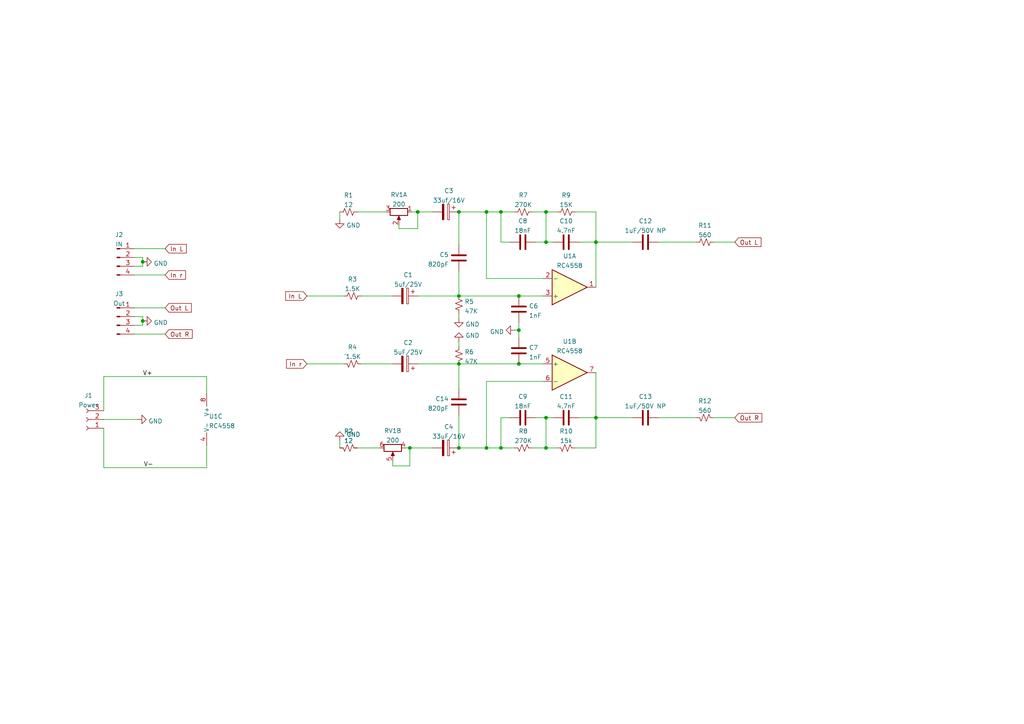
<source format=kicad_sch>
(kicad_sch (version 20211123) (generator eeschema)
  (paper "A4")
  (lib_symbols
    (symbol "Amplifier_Operational:RC4558" (pin_names (offset 0.127))
      (property "Reference" "U" (at 0 5.08 0))
      (property "Value" "RC4558" (at 0 -5.08 0))
      (symbol "RC4558_1_1"
        (polyline (pts (xy -5.08 5.08) (xy 5.08 0) (xy -5.08 -5.08) (xy -5.08 5.08)) (stroke (width 0.254)) (fill (type background)))
        (pin output line (at 7.62 0 180) (length 2.54) (name "~") (number "1"))
        (pin input line (at -7.62 -2.54 0) (length 2.54) (name "-") (number "2"))
        (pin input line (at -7.62 2.54 0) (length 2.54) (name "+") (number "3"))
      )
      (symbol "RC4558_2_1"
        (polyline (pts (xy -5.08 5.08) (xy 5.08 0) (xy -5.08 -5.08) (xy -5.08 5.08)) (stroke (width 0.254)) (fill (type background)))
        (pin input line (at -7.62 2.54 0) (length 2.54) (name "+") (number "5"))
        (pin input line (at -7.62 -2.54 0) (length 2.54) (name "-") (number "6"))
        (pin output line (at 7.62 0 180) (length 2.54) (name "~") (number "7"))
      )
      (symbol "RC4558_3_1"
        (pin power_in line (at -2.54 -7.62 90) (length 3.81) (name "V-") (number "4"))
        (pin power_in line (at -2.54 7.62 270) (length 3.81) (name "V+") (number "8"))
      )
    )
    (symbol "Connector:Conn_01x03_Female" (pin_names (offset 1.016) hide)
      (property "Reference" "J" (at 0 5.08 0))
      (property "Value" "Conn_01x03_Female" (at 0 -5.08 0))
      (symbol "Conn_01x03_Female_1_1"
        (arc (start 0 -2.032) (mid -0.508 -2.54) (end 0 -3.048) (stroke (width 0.1524)))
        (polyline (pts (xy -1.27 -2.54) (xy -0.508 -2.54)) (stroke (width 0.1524)))
        (polyline (pts (xy -1.27 0) (xy -0.508 0)) (stroke (width 0.1524)))
        (polyline (pts (xy -1.27 2.54) (xy -0.508 2.54)) (stroke (width 0.1524)))
        (arc (start 0 0.508) (mid -0.508 0) (end 0 -0.508) (stroke (width 0.1524)))
        (arc (start 0 3.048) (mid -0.508 2.54) (end 0 2.032) (stroke (width 0.1524)))
        (pin passive line (at -5.08 2.54 0) (length 3.81) (name "Pin_1") (number "1"))
        (pin passive line (at -5.08 0 0) (length 3.81) (name "Pin_2") (number "2"))
        (pin passive line (at -5.08 -2.54 0) (length 3.81) (name "Pin_3") (number "3"))
      )
    )
    (symbol "Connector:Conn_01x04_Male" (pin_names (offset 1.016) hide)
      (property "Reference" "J" (at 0 5.08 0))
      (property "Value" "Conn_01x04_Male" (at 0 -7.62 0))
      (symbol "Conn_01x04_Male_1_1"
        (polyline (pts (xy 1.27 -5.08) (xy 0.8636 -5.08)) (stroke (width 0.1524)))
        (polyline (pts (xy 1.27 -2.54) (xy 0.8636 -2.54)) (stroke (width 0.1524)))
        (polyline (pts (xy 1.27 0) (xy 0.8636 0)) (stroke (width 0.1524)))
        (polyline (pts (xy 1.27 2.54) (xy 0.8636 2.54)) (stroke (width 0.1524)))
        (rectangle (start 0.8636 -4.953) (end 0 -5.207) (stroke (width 0.1524)) (fill (type outline)))
        (rectangle (start 0.8636 -2.413) (end 0 -2.667) (stroke (width 0.1524)) (fill (type outline)))
        (rectangle (start 0.8636 0.127) (end 0 -0.127) (stroke (width 0.1524)) (fill (type outline)))
        (rectangle (start 0.8636 2.667) (end 0 2.413) (stroke (width 0.1524)) (fill (type outline)))
        (pin passive line (at 5.08 2.54 180) (length 3.81) (name "Pin_1") (number "1"))
        (pin passive line (at 5.08 0 180) (length 3.81) (name "Pin_2") (number "2"))
        (pin passive line (at 5.08 -2.54 180) (length 3.81) (name "Pin_3") (number "3"))
        (pin passive line (at 5.08 -5.08 180) (length 3.81) (name "Pin_4") (number "4"))
      )
    )
    (symbol "Device:C" (pin_numbers hide) (pin_names (offset 0.254))
      (property "Reference" "C" (at 0.635 2.54 0))
      (property "Value" "C" (at 0.635 -2.54 0))
      (symbol "C_0_1"
        (polyline (pts (xy -2.032 -0.762) (xy 2.032 -0.762)) (stroke (width 0.508)))
        (polyline (pts (xy -2.032 0.762) (xy 2.032 0.762)) (stroke (width 0.508)))
      )
      (symbol "C_1_1"
        (pin passive line (at 0 3.81 270) (length 2.794) (name "~") (number "1"))
        (pin passive line (at 0 -3.81 90) (length 2.794) (name "~") (number "2"))
      )
    )
    (symbol "Device:C_Polarized" (pin_numbers hide) (pin_names (offset 0.254))
      (property "Reference" "C" (at 0.635 2.54 0))
      (property "Value" "C_Polarized" (at 0.635 -2.54 0))
      (symbol "C_Polarized_0_1"
        (rectangle (start -2.286 0.508) (end 2.286 1.016))
        (polyline (pts (xy -1.778 2.286) (xy -0.762 2.286)))
        (polyline (pts (xy -1.27 2.794) (xy -1.27 1.778)))
        (rectangle (start 2.286 -0.508) (end -2.286 -1.016) (fill (type outline)))
      )
      (symbol "C_Polarized_1_1"
        (pin passive line (at 0 3.81 270) (length 2.794) (name "~") (number "1"))
        (pin passive line (at 0 -3.81 90) (length 2.794) (name "~") (number "2"))
      )
    )
    (symbol "Device:R_Potentiometer_Dual_Separate" (pin_names (offset 1.016) hide)
      (property "Reference" "RV" (at -4.445 0 90))
      (property "Value" "R_Potentiometer_Dual_Separate" (at -2.54 0 90))
      (symbol "R_Potentiometer_Dual_Separate_0_1"
        (polyline (pts (xy 2.54 0) (xy 1.524 0)))
        (polyline (pts (xy 1.143 0) (xy 2.286 0.508) (xy 2.286 -0.508) (xy 1.143 0)) (fill (type outline)))
        (rectangle (start 1.016 2.54) (end -1.016 -2.54) (stroke (width 0.254)))
      )
      (symbol "R_Potentiometer_Dual_Separate_1_1"
        (pin passive line (at 0 3.81 270) (length 1.27) (name "1") (number "1"))
        (pin passive line (at 3.81 0 180) (length 1.27) (name "2") (number "2"))
        (pin passive line (at 0 -3.81 90) (length 1.27) (name "3") (number "3"))
      )
      (symbol "R_Potentiometer_Dual_Separate_2_1"
        (pin passive line (at 0 3.81 270) (length 1.27) (name "4") (number "4"))
        (pin passive line (at 3.81 0 180) (length 1.27) (name "5") (number "5"))
        (pin passive line (at 0 -3.81 90) (length 1.27) (name "6") (number "6"))
      )
    )
    (symbol "Device:R_Small_US" (pin_numbers hide) (pin_names (offset 0.254) hide)
      (property "Reference" "R" (at 0.762 0.508 0))
      (property "Value" "R_Small_US" (at 0.762 -1.016 0))
      (symbol "R_Small_US_1_1"
        (polyline (pts (xy 0 0) (xy 1.016 -0.381) (xy 0 -0.762) (xy -1.016 -1.143) (xy 0 -1.524)))
        (polyline (pts (xy 0 1.524) (xy 1.016 1.143) (xy 0 0.762) (xy -1.016 0.381) (xy 0 0)))
        (pin passive line (at 0 2.54 270) (length 1.016) (name "~") (number "1"))
        (pin passive line (at 0 -2.54 90) (length 1.016) (name "~") (number "2"))
      )
    )
    (symbol "power:GND" (power) (pin_names (offset 0))
      (property "Value" "GND" (at 0 -3.81 0))
      (symbol "GND_0_1"
        (polyline (pts (xy 0 0) (xy 0 -1.27) (xy 1.27 -1.27) (xy 0 -2.54) (xy -1.27 -1.27) (xy 0 -1.27)))
      )
      (symbol "GND_1_1"
        (pin power_in line (at 0 0 270) (length 0) hide (name "GND") (number "1"))
      )
    )
  )
  (junction (at 41.402 75.946))
  (junction (at 158.369 121.158))
  (junction (at 145.288 61.468))
  (junction (at 41.402 93.091))
  (junction (at 141.097 129.921))
  (junction (at 158.369 61.468))
  (junction (at 133.096 129.921))
  (junction (at 172.847 121.158))
  (junction (at 141.097 61.468))
  (junction (at 133.096 105.537))
  (junction (at 121.158 61.468))
  (junction (at 158.369 129.921))
  (junction (at 145.288 129.921))
  (junction (at 158.369 70.231))
  (junction (at 172.847 70.231))
  (junction (at 133.096 61.468))
  (junction (at 118.872 129.921))
  (junction (at 150.495 85.852))
  (junction (at 150.495 95.758))
  (junction (at 150.495 105.537))
  (junction (at 133.096 85.852))
  (wire (pts (xy 30.099 135.636) (xy 30.099 124.206)))
  (wire (pts (xy 160.401 121.158) (xy 158.369 121.158)))
  (wire (pts (xy 117.729 129.921) (xy 118.872 129.921)))
  (wire (pts (xy 59.944 135.636) (xy 30.099 135.636)))
  (wire (pts (xy 158.369 61.468) (xy 161.671 61.468)))
  (wire (pts (xy 141.097 129.921) (xy 133.096 129.921)))
  (wire (pts (xy 98.552 129.921) (xy 98.552 127.762)))
  (wire (pts (xy 147.828 70.231) (xy 145.288 70.231)))
  (wire (pts (xy 145.288 61.468) (xy 141.097 61.468)))
  (wire (pts (xy 207.01 121.158) (xy 213.106 121.158)))
  (wire (pts (xy 38.989 89.281) (xy 47.879 89.281)))
  (wire (pts (xy 41.402 91.821) (xy 41.402 93.091)))
  (wire (pts (xy 133.096 61.468) (xy 133.096 70.993)))
  (wire (pts (xy 154.305 61.468) (xy 158.369 61.468)))
  (wire (pts (xy 160.401 70.231) (xy 158.369 70.231)))
  (wire (pts (xy 121.158 61.468) (xy 125.476 61.468)))
  (wire (pts (xy 103.632 129.921) (xy 110.109 129.921)))
  (wire (pts (xy 133.096 129.921) (xy 133.096 120.396)))
  (wire (pts (xy 158.369 129.921) (xy 161.671 129.921)))
  (wire (pts (xy 41.402 74.676) (xy 41.402 75.946)))
  (wire (pts (xy 172.847 121.158) (xy 183.388 121.158)))
  (wire (pts (xy 104.775 105.537) (xy 113.665 105.537)))
  (wire (pts (xy 166.751 61.468) (xy 172.847 61.468)))
  (wire (pts (xy 113.919 135.128) (xy 118.872 135.128)))
  (wire (pts (xy 145.288 70.231) (xy 145.288 61.468)))
  (wire (pts (xy 59.944 114.046) (xy 59.944 109.22)))
  (wire (pts (xy 104.775 85.852) (xy 113.665 85.852)))
  (wire (pts (xy 38.989 79.756) (xy 47.879 79.756)))
  (wire (pts (xy 133.096 105.537) (xy 150.495 105.537)))
  (wire (pts (xy 115.697 66.294) (xy 121.158 66.294)))
  (wire (pts (xy 38.989 74.676) (xy 41.402 74.676)))
  (wire (pts (xy 118.872 135.128) (xy 118.872 129.921)))
  (wire (pts (xy 59.944 129.286) (xy 59.944 135.636)))
  (wire (pts (xy 133.096 100.457) (xy 133.096 99.06)))
  (wire (pts (xy 154.305 129.921) (xy 158.369 129.921)))
  (wire (pts (xy 155.448 121.158) (xy 158.369 121.158)))
  (wire (pts (xy 133.096 85.852) (xy 150.495 85.852)))
  (wire (pts (xy 166.751 129.921) (xy 172.847 129.921)))
  (wire (pts (xy 157.607 80.772) (xy 141.097 80.772)))
  (wire (pts (xy 121.285 85.852) (xy 133.096 85.852)))
  (wire (pts (xy 157.607 110.617) (xy 141.097 110.617)))
  (wire (pts (xy 158.369 70.231) (xy 158.369 61.468)))
  (wire (pts (xy 103.632 61.468) (xy 111.887 61.468)))
  (wire (pts (xy 30.099 121.666) (xy 39.878 121.666)))
  (wire (pts (xy 191.008 70.231) (xy 201.93 70.231)))
  (wire (pts (xy 38.989 91.821) (xy 41.402 91.821)))
  (wire (pts (xy 89.027 105.537) (xy 99.695 105.537)))
  (wire (pts (xy 119.507 61.468) (xy 121.158 61.468)))
  (wire (pts (xy 38.989 94.361) (xy 41.402 94.361)))
  (wire (pts (xy 38.989 72.136) (xy 47.879 72.136)))
  (wire (pts (xy 172.847 83.312) (xy 172.847 70.231)))
  (wire (pts (xy 141.097 110.617) (xy 141.097 129.921)))
  (wire (pts (xy 121.158 66.294) (xy 121.158 61.468)))
  (wire (pts (xy 113.919 133.731) (xy 113.919 135.128)))
  (wire (pts (xy 38.989 96.901) (xy 47.879 96.901)))
  (wire (pts (xy 118.872 129.921) (xy 125.476 129.921)))
  (wire (pts (xy 145.288 129.921) (xy 149.225 129.921)))
  (wire (pts (xy 168.021 121.158) (xy 172.847 121.158)))
  (wire (pts (xy 155.448 70.231) (xy 158.369 70.231)))
  (wire (pts (xy 150.495 85.852) (xy 157.607 85.852)))
  (wire (pts (xy 158.369 121.158) (xy 158.369 129.921)))
  (wire (pts (xy 150.495 95.758) (xy 150.495 97.917)))
  (wire (pts (xy 121.285 105.537) (xy 133.096 105.537)))
  (wire (pts (xy 145.288 61.468) (xy 149.225 61.468)))
  (wire (pts (xy 168.021 70.231) (xy 172.847 70.231)))
  (wire (pts (xy 145.288 121.158) (xy 145.288 129.921)))
  (wire (pts (xy 149.352 95.758) (xy 150.495 95.758)))
  (wire (pts (xy 133.096 112.776) (xy 133.096 105.537)))
  (wire (pts (xy 38.989 77.216) (xy 41.402 77.216)))
  (wire (pts (xy 141.097 61.468) (xy 133.096 61.468)))
  (wire (pts (xy 191.008 121.158) (xy 201.93 121.158)))
  (wire (pts (xy 207.01 70.231) (xy 213.106 70.231)))
  (wire (pts (xy 150.495 105.537) (xy 157.607 105.537)))
  (wire (pts (xy 172.847 129.921) (xy 172.847 121.158)))
  (wire (pts (xy 133.096 90.932) (xy 133.096 92.329)))
  (wire (pts (xy 41.402 75.946) (xy 41.402 77.216)))
  (wire (pts (xy 150.495 93.472) (xy 150.495 95.758)))
  (wire (pts (xy 172.847 61.468) (xy 172.847 70.231)))
  (wire (pts (xy 172.847 70.231) (xy 183.388 70.231)))
  (wire (pts (xy 41.402 93.091) (xy 41.402 94.361)))
  (wire (pts (xy 133.096 78.613) (xy 133.096 85.852)))
  (wire (pts (xy 98.552 61.468) (xy 98.552 63.627)))
  (wire (pts (xy 115.697 65.278) (xy 115.697 66.294)))
  (wire (pts (xy 172.847 108.077) (xy 172.847 121.158)))
  (wire (pts (xy 147.828 121.158) (xy 145.288 121.158)))
  (wire (pts (xy 59.944 109.22) (xy 30.099 109.22)))
  (wire (pts (xy 89.027 85.852) (xy 99.695 85.852)))
  (wire (pts (xy 145.288 129.921) (xy 141.097 129.921)))
  (wire (pts (xy 30.099 109.22) (xy 30.099 119.126)))
  (wire (pts (xy 141.097 80.772) (xy 141.097 61.468)))
  (label "V-" (at 41.656 135.636 0))
  (label "V+" (at 41.402 109.22 0))
  (global_label "In L" (shape input) (at 47.879 72.136 0) (property "Intersheet References" "${INTERSHEET_REFS}" (effects hide)))
  (global_label "Out R" (shape input) (at 213.106 121.158 0) (property "Intersheet References" "${INTERSHEET_REFS}" (effects hide)))
  (global_label "Out R" (shape input) (at 47.879 96.901 0) (property "Intersheet References" "${INTERSHEET_REFS}" (effects hide)))
  (global_label "In L" (shape input) (at 89.027 85.852 180) (property "Intersheet References" "${INTERSHEET_REFS}" (effects hide)))
  (global_label "Out L" (shape input) (at 213.106 70.231 0) (property "Intersheet References" "${INTERSHEET_REFS}" (effects hide)))
  (global_label "In r" (shape input) (at 47.879 79.756 0) (property "Intersheet References" "${INTERSHEET_REFS}" (effects hide)))
  (global_label "In r" (shape input) (at 89.027 105.537 180) (property "Intersheet References" "${INTERSHEET_REFS}" (effects hide)))
  (global_label "Out L" (shape input) (at 47.879 89.281 0) (property "Intersheet References" "${INTERSHEET_REFS}" (effects hide)))
  (symbol (lib_id "Device:R_Small_US") (at 151.765 129.921 270) (mirror x) (unit 1)
    (property "Reference" "R8" (at 151.765 125.0655 90))
    (property "Value" "270K" (at 151.765 127.8406 90))
    (property "Footprint" "Resistor_THT:R_Axial_DIN0207_L6.3mm_D2.5mm_P7.62mm_Horizontal" (effects hide))
  )
  (symbol (lib_id "Device:R_Small_US") (at 102.235 85.852 90) (unit 1)
    (property "Reference" "R3" (at 102.235 80.9965 90))
    (property "Value" "1.5K" (at 102.235 83.7716 90))
    (property "Footprint" "Resistor_THT:R_Axial_DIN0207_L6.3mm_D2.5mm_P7.62mm_Horizontal" (effects hide))
  )
  (symbol (lib_id "Device:C") (at 187.198 70.231 90) (unit 1)
    (property "Reference" "C12" (at 187.198 64.1055 90))
    (property "Value" "1uF/50V NP" (at 187.198 66.8806 90))
    (property "Footprint" "Capacitor_THT:CP_Radial_D10.0mm_P2.50mm_P5.00mm" (effects hide))
  )
  (symbol (lib_id "Device:R_Potentiometer_Dual_Separate") (at 113.919 129.921 270) (unit 2)
    (property "Reference" "RV1" (at 113.919 124.9385 90))
    (property "Value" "200" (at 113.919 127.7136 90))
    (property "Footprint" "Potentiometer_THT:Potentiometer_Alps_RK097_Dual_Horizontal" (effects hide))
  )
  (symbol (lib_id "Device:C") (at 164.211 70.231 90) (unit 1)
    (property "Reference" "C10" (at 164.211 64.1055 90))
    (property "Value" "4.7nF" (at 164.211 66.8806 90))
    (property "Footprint" "Capacitor_THT:C_Disc_D10.5mm_W5.0mm_P7.50mm" (effects hide))
  )
  (symbol (lib_id "power:GND") (at 133.096 92.329 0) (unit 1)
    (property "Reference" "#PWR0101" (effects hide))
    (property "Value" "GND" (at 135.001 94.078 0) (effects (justify left)))
  )
  (symbol (lib_id "Device:R_Small_US") (at 204.47 70.231 270) (unit 1)
    (property "Reference" "R11" (at 204.47 65.3755 90))
    (property "Value" "560" (at 204.47 68.1506 90))
    (property "Footprint" "Resistor_THT:R_Axial_DIN0207_L6.3mm_D2.5mm_P7.62mm_Horizontal" (effects hide))
  )
  (symbol (lib_id "Connector:Conn_01x03_Female") (at 25.019 121.666 180) (unit 1)
    (property "Reference" "J1" (at 25.654 114.7023 0))
    (property "Value" "Power" (at 25.654 117.4774 0))
    (property "Footprint" "TerminalBlock_TE-Connectivity:TerminalBlock_TE_282834-3_1x03_P2.54mm_Horizontal" (effects hide))
  )
  (symbol (lib_id "Device:R_Small_US") (at 164.211 61.468 270) (unit 1)
    (property "Reference" "R9" (at 164.211 56.6125 90))
    (property "Value" "15K" (at 164.211 59.3876 90))
    (property "Footprint" "Resistor_THT:R_Axial_DIN0207_L6.3mm_D2.5mm_P7.62mm_Horizontal" (effects hide))
  )
  (symbol (lib_id "Device:C") (at 151.638 121.158 90) (mirror x) (unit 1)
    (property "Reference" "C9" (at 151.638 115.0325 90))
    (property "Value" "18nF" (at 151.638 117.8076 90))
    (property "Footprint" "Capacitor_THT:C_Disc_D10.5mm_W5.0mm_P7.50mm" (effects hide))
  )
  (symbol (lib_id "power:GND") (at 98.552 63.627 0) (unit 1)
    (property "Reference" "#PWR0104" (effects hide))
    (property "Value" "GND" (at 100.457 65.376 0) (effects (justify left)))
  )
  (symbol (lib_id "Device:R_Small_US") (at 151.765 61.468 270) (unit 1)
    (property "Reference" "R7" (at 151.765 56.6125 90))
    (property "Value" "270K" (at 151.765 59.3876 90))
    (property "Footprint" "Resistor_THT:R_Axial_DIN0207_L6.3mm_D2.5mm_P7.62mm_Horizontal" (effects hide))
  )
  (symbol (lib_id "Device:C") (at 150.495 101.727 0) (unit 1)
    (property "Reference" "C7" (at 153.416 100.8185 0) (effects (justify left)))
    (property "Value" "1nF" (at 153.416 103.5936 0) (effects (justify left)))
    (property "Footprint" "Capacitor_THT:C_Disc_D10.5mm_W5.0mm_P7.50mm" (effects hide))
  )
  (symbol (lib_id "Device:R_Small_US") (at 133.096 102.997 0) (mirror y) (unit 1)
    (property "Reference" "R6" (at 134.747 102.0885 0) (effects (justify right)))
    (property "Value" "47K" (at 134.747 104.8636 0) (effects (justify right)))
    (property "Footprint" "Resistor_THT:R_Axial_DIN0207_L6.3mm_D2.5mm_P7.62mm_Horizontal" (effects hide))
  )
  (symbol (lib_id "Amplifier_Operational:RC4558") (at 62.484 121.666 0) (unit 3)
    (property "Reference" "U1" (at 60.579 120.7575 0) (effects (justify left)))
    (property "Value" "RC4558" (at 60.579 123.5326 0) (effects (justify left)))
    (property "Footprint" "Package_DIP:DIP-8_W7.62mm_Socket" (effects hide))
    (property "Datasheet" "http://www.ti.com/lit/ds/symlink/rc4558.pdf" (effects hide))
  )
  (symbol (lib_id "Device:C") (at 151.638 70.231 90) (unit 1)
    (property "Reference" "C8" (at 151.638 64.1055 90))
    (property "Value" "18nF" (at 151.638 66.8806 90))
    (property "Footprint" "Capacitor_THT:C_Disc_D10.5mm_W5.0mm_P7.50mm" (effects hide))
  )
  (symbol (lib_id "Connector:Conn_01x04_Male") (at 33.909 91.821 0) (unit 1)
    (property "Reference" "J3" (at 34.544 85.2383 0))
    (property "Value" "Out" (at 34.544 88.0134 0))
    (property "Footprint" "TerminalBlock_TE-Connectivity:TerminalBlock_TE_282834-4_1x04_P2.54mm_Horizontal" (effects hide))
  )
  (symbol (lib_id "Device:C") (at 133.096 116.586 0) (mirror x) (unit 1)
    (property "Reference" "C14" (at 130.175 115.6775 0) (effects (justify right)))
    (property "Value" "820pF" (at 130.175 118.4526 0) (effects (justify right)))
    (property "Footprint" "Capacitor_THT:C_Disc_D10.5mm_W5.0mm_P7.50mm" (effects hide))
  )
  (symbol (lib_id "Connector:Conn_01x04_Male") (at 33.909 74.676 0) (unit 1)
    (property "Reference" "J2" (at 34.544 68.0933 0))
    (property "Value" "IN" (at 34.544 70.8684 0))
    (property "Footprint" "TerminalBlock_TE-Connectivity:TerminalBlock_TE_282834-4_1x04_P2.54mm_Horizontal" (effects hide))
  )
  (symbol (lib_id "Amplifier_Operational:RC4558") (at 165.227 83.312 0) (mirror x) (unit 1)
    (property "Reference" "U1" (at 165.227 74.2655 0))
    (property "Value" "RC4558" (at 165.227 77.0406 0))
    (property "Footprint" "Package_DIP:DIP-8_W7.62mm_Socket" (effects hide))
    (property "Datasheet" "http://www.ti.com/lit/ds/symlink/rc4558.pdf" (effects hide))
  )
  (symbol (lib_id "Device:C_Polarized") (at 117.475 105.537 270) (mirror x) (unit 1)
    (property "Reference" "C2" (at 118.364 99.4115 90))
    (property "Value" "5uF/25V" (at 118.364 102.1866 90))
    (property "Footprint" "Capacitor_THT:CP_Radial_D10.0mm_P2.50mm_P5.00mm" (effects hide))
  )
  (symbol (lib_id "Device:C_Polarized") (at 117.475 85.852 270) (unit 1)
    (property "Reference" "C1" (at 118.364 79.7265 90))
    (property "Value" "5uf/25V" (at 118.364 82.5016 90))
    (property "Footprint" "Capacitor_THT:CP_Radial_D10.0mm_P2.50mm_P5.00mm" (effects hide))
  )
  (symbol (lib_id "Device:C") (at 150.495 89.662 0) (unit 1)
    (property "Reference" "C6" (at 153.416 88.7535 0) (effects (justify left)))
    (property "Value" "1nF" (at 153.416 91.5286 0) (effects (justify left)))
    (property "Footprint" "Capacitor_THT:C_Disc_D10.5mm_W5.0mm_P7.50mm" (effects hide))
  )
  (symbol (lib_id "Device:R_Small_US") (at 164.211 129.921 270) (mirror x) (unit 1)
    (property "Reference" "R10" (at 164.211 125.0655 90))
    (property "Value" "15k" (at 164.211 127.8406 90))
    (property "Footprint" "Resistor_THT:R_Axial_DIN0207_L6.3mm_D2.5mm_P7.62mm_Horizontal" (effects hide))
  )
  (symbol (lib_id "power:GND") (at 39.878 121.666 90) (mirror x) (unit 1)
    (property "Reference" "#PWR0106" (effects hide))
    (property "Value" "GND" (at 43.053 122.145 90) (effects (justify right)))
  )
  (symbol (lib_id "Device:C_Polarized") (at 129.286 61.468 270) (unit 1)
    (property "Reference" "C3" (at 130.175 55.3425 90))
    (property "Value" "33uf/16V" (at 130.175 58.1176 90))
    (property "Footprint" "Capacitor_THT:CP_Radial_D10.0mm_P2.50mm_P5.00mm" (effects hide))
  )
  (symbol (lib_id "power:GND") (at 41.402 75.946 90) (mirror x) (unit 1)
    (property "Reference" "#PWR0108" (effects hide))
    (property "Value" "GND" (at 44.577 76.425 90) (effects (justify right)))
  )
  (symbol (lib_id "power:GND") (at 149.352 95.758 270) (unit 1)
    (property "Reference" "#PWR0105" (effects hide))
    (property "Value" "GND" (at 146.1771 96.237 90) (effects (justify right)))
  )
  (symbol (lib_id "Device:R_Small_US") (at 204.47 121.158 270) (mirror x) (unit 1)
    (property "Reference" "R12" (at 204.47 116.3025 90))
    (property "Value" "560" (at 204.47 119.0776 90))
    (property "Footprint" "Resistor_THT:R_Axial_DIN0207_L6.3mm_D2.5mm_P7.62mm_Horizontal" (effects hide))
  )
  (symbol (lib_id "Amplifier_Operational:RC4558") (at 165.227 108.077 0) (unit 2)
    (property "Reference" "U1" (at 165.227 99.0305 0))
    (property "Value" "RC4558" (at 165.227 101.8056 0))
    (property "Footprint" "Package_DIP:DIP-8_W7.62mm_Socket" (effects hide))
    (property "Datasheet" "http://www.ti.com/lit/ds/symlink/rc4558.pdf" (effects hide))
  )
  (symbol (lib_id "Device:R_Small_US") (at 102.235 105.537 90) (mirror x) (unit 1)
    (property "Reference" "R4" (at 102.235 100.6815 90))
    (property "Value" "´1.5K" (at 102.235 103.4566 90))
    (property "Footprint" "Resistor_THT:R_Axial_DIN0207_L6.3mm_D2.5mm_P7.62mm_Horizontal" (effects hide))
  )
  (symbol (lib_id "power:GND") (at 98.552 127.762 0) (mirror x) (unit 1)
    (property "Reference" "#PWR0103" (effects hide))
    (property "Value" "GND" (at 100.457 126.013 0) (effects (justify left)))
  )
  (symbol (lib_id "Device:C_Polarized") (at 129.286 129.921 270) (mirror x) (unit 1)
    (property "Reference" "C4" (at 130.175 123.7955 90))
    (property "Value" "33uF/16V" (at 130.175 126.5706 90))
    (property "Footprint" "Capacitor_THT:CP_Radial_D10.0mm_P2.50mm_P5.00mm" (effects hide))
  )
  (symbol (lib_id "power:GND") (at 133.096 99.06 0) (mirror x) (unit 1)
    (property "Reference" "#PWR0102" (effects hide))
    (property "Value" "GND" (at 135.001 97.311 0) (effects (justify left)))
  )
  (symbol (lib_id "Device:R_Small_US") (at 101.092 129.921 270) (mirror x) (unit 1)
    (property "Reference" "R2" (at 101.092 125.0655 90))
    (property "Value" "12" (at 101.092 127.8406 90))
    (property "Footprint" "Resistor_THT:R_Axial_DIN0207_L6.3mm_D2.5mm_P7.62mm_Horizontal" (effects hide))
  )
  (symbol (lib_id "Device:C") (at 187.198 121.158 90) (mirror x) (unit 1)
    (property "Reference" "C13" (at 187.198 115.0325 90))
    (property "Value" "1uF/50V NP" (at 187.198 117.8076 90))
    (property "Footprint" "Capacitor_THT:CP_Radial_D10.0mm_P2.50mm_P5.00mm" (effects hide))
  )
  (symbol (lib_id "Device:C") (at 164.211 121.158 90) (mirror x) (unit 1)
    (property "Reference" "C11" (at 164.211 115.0325 90))
    (property "Value" "4.7nF" (at 164.211 117.8076 90))
    (property "Footprint" "Capacitor_THT:C_Disc_D10.5mm_W5.0mm_P7.50mm" (effects hide))
  )
  (symbol (lib_id "Device:R_Small_US") (at 101.092 61.468 270) (unit 1)
    (property "Reference" "R1" (at 101.092 56.6125 90))
    (property "Value" "12" (at 101.092 59.3876 90))
    (property "Footprint" "Resistor_THT:R_Axial_DIN0207_L6.3mm_D2.5mm_P7.62mm_Horizontal" (effects hide))
  )
  (symbol (lib_id "Device:C") (at 133.096 74.803 0) (unit 1)
    (property "Reference" "C5" (at 130.175 73.8945 0) (effects (justify right)))
    (property "Value" "820pF" (at 130.175 76.6696 0) (effects (justify right)))
    (property "Footprint" "Capacitor_THT:C_Disc_D10.5mm_W5.0mm_P7.50mm" (effects hide))
  )
  (symbol (lib_id "Device:R_Potentiometer_Dual_Separate") (at 115.697 61.468 270) (unit 1)
    (property "Reference" "RV1" (at 115.697 56.4855 90))
    (property "Value" "200" (at 115.697 59.2606 90))
    (property "Footprint" "Potentiometer_THT:Potentiometer_Alps_RK097_Dual_Horizontal" (effects hide))
  )
  (symbol (lib_id "Device:R_Small_US") (at 133.096 88.392 180) (unit 1)
    (property "Reference" "R5" (at 134.747 87.4835 0) (effects (justify right)))
    (property "Value" "47K" (at 134.747 90.2586 0) (effects (justify right)))
    (property "Footprint" "Resistor_THT:R_Axial_DIN0207_L6.3mm_D2.5mm_P7.62mm_Horizontal" (effects hide))
  )
  (symbol (lib_id "power:GND") (at 41.402 93.091 90) (mirror x) (unit 1)
    (property "Reference" "#PWR0107" (effects hide))
    (property "Value" "GND" (at 44.577 93.57 90) (effects (justify right)))
  )
)
</source>
